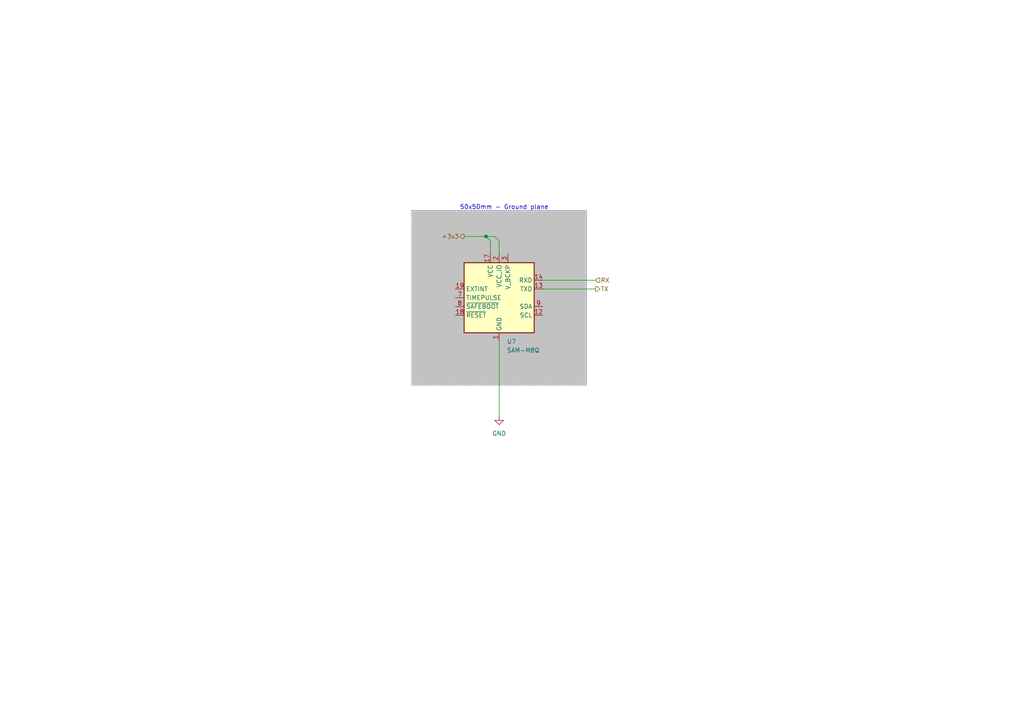
<source format=kicad_sch>
(kicad_sch (version 20230121) (generator eeschema)
  (paper "A4")
  (lib_symbols
    (symbol "RF_GPS:SAM-M8Q"
      (property "Reference" "U" (at -8.89 11.43 0))
      (property "Value" "SAM-M8Q" (at 8.89 11.43 0))
      (symbol "SAM-M8Q_0_1"
        (rectangle (start -10.16 10.16) (end 10.16 -10.16) (stroke (width 0.254)) (fill (type background)))
      )
      (symbol "SAM-M8Q_1_1"
        (pin power_in line (at 0 -12.7 90) (length 2.54) (name "GND") (number "1"))
        (pin passive line (at 0 -12.7 90) (length 2.54) hide (name "GND") (number "10"))
        (pin passive line (at 0 -12.7 90) (length 2.54) hide (name "GND") (number "11"))
        (pin input line (at 12.7 -5.08 180) (length 2.54) (name "SCL") (number "12"))
        (pin output line (at 12.7 2.54 180) (length 2.54) (name "TXD") (number "13"))
        (pin input line (at 12.7 5.08 180) (length 2.54) (name "RXD") (number "14"))
        (pin passive line (at 0 -12.7 90) (length 2.54) hide (name "GND") (number "15"))
        (pin passive line (at 0 -12.7 90) (length 2.54) hide (name "GND") (number "16"))
        (pin power_in line (at -2.54 12.7 270) (length 2.54) (name "VCC") (number "17"))
        (pin input line (at -12.7 -5.08 0) (length 2.54) (name "~{RESET}") (number "18"))
        (pin input line (at -12.7 2.54 0) (length 2.54) (name "EXTINT") (number "19"))
        (pin power_in line (at 0 12.7 270) (length 2.54) (name "VCC_IO") (number "2"))
        (pin passive line (at 0 -12.7 90) (length 2.54) hide (name "GND") (number "20"))
        (pin power_in line (at 2.54 12.7 270) (length 2.54) (name "V_BCKP") (number "3"))
        (pin passive line (at 0 -12.7 90) (length 2.54) hide (name "GND") (number "4"))
        (pin passive line (at 0 -12.7 90) (length 2.54) hide (name "GND") (number "5"))
        (pin passive line (at 0 -12.7 90) (length 2.54) hide (name "GND") (number "6"))
        (pin output line (at -12.7 0 0) (length 2.54) (name "TIMEPULSE") (number "7"))
        (pin input line (at -12.7 -2.54 0) (length 2.54) (name "~{SAFEBOOT}") (number "8"))
        (pin bidirectional line (at 12.7 -2.54 180) (length 2.54) (name "SDA") (number "9"))
      )
    )
    (symbol "power:GND" (power) (pin_names (offset 0))
      (property "Value" "GND" (at 0 -3.81 0))
      (symbol "GND_0_1"
        (polyline (pts (xy 0 0) (xy 0 -1.27) (xy 1.27 -1.27) (xy 0 -2.54) (xy -1.27 -1.27) (xy 0 -1.27)))
      )
      (symbol "GND_1_1"
        (pin power_in line (at 0 0 270) (length 0) hide (name "GND") (number "1"))
      )
    )
  )
  (junction (at 140.97 68.58))
  (wire (pts (xy 140.97 68.58) (xy 143.51 68.58)))
  (wire (pts (xy 142.24 69.85) (xy 142.24 73.66)))
  (wire (pts (xy 142.24 69.85) (xy 140.97 68.58)))
  (wire (pts (xy 134.62 68.58) (xy 140.97 68.58)))
  (wire (pts (xy 157.48 83.82) (xy 172.72 83.82)))
  (wire (pts (xy 157.48 81.28) (xy 172.72 81.28)))
  (wire (pts (xy 144.78 73.66) (xy 144.78 69.85)))
  (wire (pts (xy 144.78 69.85) (xy 143.51 68.58)))
  (wire (pts (xy 144.78 99.06) (xy 144.78 120.65)))
  (rectangle (start 119.38 60.96) (end 170.18 111.76) (stroke (width 0) (type dot)) (fill (type color) (color 194 194 194 1)))
  (text "50x50mm - Ground plane" (at 133.35 60.96 0) (effects (font (size 1.27 1.27)) (justify left bottom)))
  (hierarchical_label "TX" (shape output) (at 172.72 83.82 0))
  (hierarchical_label "+3v3" (shape output) (at 134.62 68.58 180))
  (hierarchical_label "RX" (shape input) (at 172.72 81.28 0))
  (symbol (lib_id "RF_GPS:SAM-M8Q") (at 144.78 86.36 0) (unit 1)
    (property "Reference" "U7" (at 146.9741 99.06 0) (effects (justify left)))
    (property "Value" "SAM-M8Q" (at 146.9741 101.6 0) (effects (justify left)))
    (property "Footprint" "RF_GPS:ublox_SAM-M8Q" (effects hide))
    (property "Datasheet" "https://www.u-blox.com/sites/default/files/SAM-M8Q_DataSheet_%28UBX-16012619%29.pdf" (effects hide))
  )
  (symbol (lib_id "power:GND") (at 144.78 120.65 0) (unit 1)
    (property "Reference" "#PWR09" (effects hide))
    (property "Value" "GND" (at 144.78 125.73 0))
  )
)
</source>
